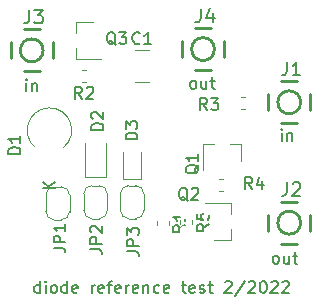
<source format=gto>
G04 #@! TF.GenerationSoftware,KiCad,Pcbnew,(5.1.5-0)*
G04 #@! TF.CreationDate,2022-02-21T13:17:38-07:00*
G04 #@! TF.ProjectId,diode_ref,64696f64-655f-4726-9566-2e6b69636164,rev?*
G04 #@! TF.SameCoordinates,Original*
G04 #@! TF.FileFunction,Legend,Top*
G04 #@! TF.FilePolarity,Positive*
%FSLAX46Y46*%
G04 Gerber Fmt 4.6, Leading zero omitted, Abs format (unit mm)*
G04 Created by KiCad (PCBNEW (5.1.5-0)) date 2022-02-21 13:17:38*
%MOMM*%
%LPD*%
G04 APERTURE LIST*
%ADD10C,0.150000*%
%ADD11C,0.120000*%
%ADD12C,0.254000*%
%ADD13C,0.152000*%
%ADD14C,0.100000*%
%ADD15R,1.002000X0.902000*%
%ADD16R,1.102000X1.102000*%
%ADD17C,1.102000*%
%ADD18R,0.902000X1.002000*%
%ADD19O,2.342000X2.342000*%
%ADD20R,2.342000X2.342000*%
G04 APERTURE END LIST*
D10*
X128590476Y-67252380D02*
X128495238Y-67204761D01*
X128447619Y-67157142D01*
X128400000Y-67061904D01*
X128400000Y-66776190D01*
X128447619Y-66680952D01*
X128495238Y-66633333D01*
X128590476Y-66585714D01*
X128733333Y-66585714D01*
X128828571Y-66633333D01*
X128876190Y-66680952D01*
X128923809Y-66776190D01*
X128923809Y-67061904D01*
X128876190Y-67157142D01*
X128828571Y-67204761D01*
X128733333Y-67252380D01*
X128590476Y-67252380D01*
X129780952Y-66585714D02*
X129780952Y-67252380D01*
X129352380Y-66585714D02*
X129352380Y-67109523D01*
X129400000Y-67204761D01*
X129495238Y-67252380D01*
X129638095Y-67252380D01*
X129733333Y-67204761D01*
X129780952Y-67157142D01*
X130114285Y-66585714D02*
X130495238Y-66585714D01*
X130257142Y-66252380D02*
X130257142Y-67109523D01*
X130304761Y-67204761D01*
X130400000Y-67252380D01*
X130495238Y-67252380D01*
X114547619Y-67452380D02*
X114547619Y-66785714D01*
X114547619Y-66452380D02*
X114500000Y-66500000D01*
X114547619Y-66547619D01*
X114595238Y-66500000D01*
X114547619Y-66452380D01*
X114547619Y-66547619D01*
X115023809Y-66785714D02*
X115023809Y-67452380D01*
X115023809Y-66880952D02*
X115071428Y-66833333D01*
X115166666Y-66785714D01*
X115309523Y-66785714D01*
X115404761Y-66833333D01*
X115452380Y-66928571D01*
X115452380Y-67452380D01*
X135590476Y-82052380D02*
X135495238Y-82004761D01*
X135447619Y-81957142D01*
X135400000Y-81861904D01*
X135400000Y-81576190D01*
X135447619Y-81480952D01*
X135495238Y-81433333D01*
X135590476Y-81385714D01*
X135733333Y-81385714D01*
X135828571Y-81433333D01*
X135876190Y-81480952D01*
X135923809Y-81576190D01*
X135923809Y-81861904D01*
X135876190Y-81957142D01*
X135828571Y-82004761D01*
X135733333Y-82052380D01*
X135590476Y-82052380D01*
X136780952Y-81385714D02*
X136780952Y-82052380D01*
X136352380Y-81385714D02*
X136352380Y-81909523D01*
X136400000Y-82004761D01*
X136495238Y-82052380D01*
X136638095Y-82052380D01*
X136733333Y-82004761D01*
X136780952Y-81957142D01*
X137114285Y-81385714D02*
X137495238Y-81385714D01*
X137257142Y-81052380D02*
X137257142Y-81909523D01*
X137304761Y-82004761D01*
X137400000Y-82052380D01*
X137495238Y-82052380D01*
X136147619Y-71652380D02*
X136147619Y-70985714D01*
X136147619Y-70652380D02*
X136100000Y-70700000D01*
X136147619Y-70747619D01*
X136195238Y-70700000D01*
X136147619Y-70652380D01*
X136147619Y-70747619D01*
X136623809Y-70985714D02*
X136623809Y-71652380D01*
X136623809Y-71080952D02*
X136671428Y-71033333D01*
X136766666Y-70985714D01*
X136909523Y-70985714D01*
X137004761Y-71033333D01*
X137052380Y-71128571D01*
X137052380Y-71652380D01*
X115690476Y-84552380D02*
X115690476Y-83552380D01*
X115690476Y-84504761D02*
X115595238Y-84552380D01*
X115404761Y-84552380D01*
X115309523Y-84504761D01*
X115261904Y-84457142D01*
X115214285Y-84361904D01*
X115214285Y-84076190D01*
X115261904Y-83980952D01*
X115309523Y-83933333D01*
X115404761Y-83885714D01*
X115595238Y-83885714D01*
X115690476Y-83933333D01*
X116166666Y-84552380D02*
X116166666Y-83885714D01*
X116166666Y-83552380D02*
X116119047Y-83600000D01*
X116166666Y-83647619D01*
X116214285Y-83600000D01*
X116166666Y-83552380D01*
X116166666Y-83647619D01*
X116785714Y-84552380D02*
X116690476Y-84504761D01*
X116642857Y-84457142D01*
X116595238Y-84361904D01*
X116595238Y-84076190D01*
X116642857Y-83980952D01*
X116690476Y-83933333D01*
X116785714Y-83885714D01*
X116928571Y-83885714D01*
X117023809Y-83933333D01*
X117071428Y-83980952D01*
X117119047Y-84076190D01*
X117119047Y-84361904D01*
X117071428Y-84457142D01*
X117023809Y-84504761D01*
X116928571Y-84552380D01*
X116785714Y-84552380D01*
X117976190Y-84552380D02*
X117976190Y-83552380D01*
X117976190Y-84504761D02*
X117880952Y-84552380D01*
X117690476Y-84552380D01*
X117595238Y-84504761D01*
X117547619Y-84457142D01*
X117500000Y-84361904D01*
X117500000Y-84076190D01*
X117547619Y-83980952D01*
X117595238Y-83933333D01*
X117690476Y-83885714D01*
X117880952Y-83885714D01*
X117976190Y-83933333D01*
X118833333Y-84504761D02*
X118738095Y-84552380D01*
X118547619Y-84552380D01*
X118452380Y-84504761D01*
X118404761Y-84409523D01*
X118404761Y-84028571D01*
X118452380Y-83933333D01*
X118547619Y-83885714D01*
X118738095Y-83885714D01*
X118833333Y-83933333D01*
X118880952Y-84028571D01*
X118880952Y-84123809D01*
X118404761Y-84219047D01*
X120071428Y-84552380D02*
X120071428Y-83885714D01*
X120071428Y-84076190D02*
X120119047Y-83980952D01*
X120166666Y-83933333D01*
X120261904Y-83885714D01*
X120357142Y-83885714D01*
X121071428Y-84504761D02*
X120976190Y-84552380D01*
X120785714Y-84552380D01*
X120690476Y-84504761D01*
X120642857Y-84409523D01*
X120642857Y-84028571D01*
X120690476Y-83933333D01*
X120785714Y-83885714D01*
X120976190Y-83885714D01*
X121071428Y-83933333D01*
X121119047Y-84028571D01*
X121119047Y-84123809D01*
X120642857Y-84219047D01*
X121404761Y-83885714D02*
X121785714Y-83885714D01*
X121547619Y-84552380D02*
X121547619Y-83695238D01*
X121595238Y-83600000D01*
X121690476Y-83552380D01*
X121785714Y-83552380D01*
X122500000Y-84504761D02*
X122404761Y-84552380D01*
X122214285Y-84552380D01*
X122119047Y-84504761D01*
X122071428Y-84409523D01*
X122071428Y-84028571D01*
X122119047Y-83933333D01*
X122214285Y-83885714D01*
X122404761Y-83885714D01*
X122500000Y-83933333D01*
X122547619Y-84028571D01*
X122547619Y-84123809D01*
X122071428Y-84219047D01*
X122976190Y-84552380D02*
X122976190Y-83885714D01*
X122976190Y-84076190D02*
X123023809Y-83980952D01*
X123071428Y-83933333D01*
X123166666Y-83885714D01*
X123261904Y-83885714D01*
X123976190Y-84504761D02*
X123880952Y-84552380D01*
X123690476Y-84552380D01*
X123595238Y-84504761D01*
X123547619Y-84409523D01*
X123547619Y-84028571D01*
X123595238Y-83933333D01*
X123690476Y-83885714D01*
X123880952Y-83885714D01*
X123976190Y-83933333D01*
X124023809Y-84028571D01*
X124023809Y-84123809D01*
X123547619Y-84219047D01*
X124452380Y-83885714D02*
X124452380Y-84552380D01*
X124452380Y-83980952D02*
X124500000Y-83933333D01*
X124595238Y-83885714D01*
X124738095Y-83885714D01*
X124833333Y-83933333D01*
X124880952Y-84028571D01*
X124880952Y-84552380D01*
X125785714Y-84504761D02*
X125690476Y-84552380D01*
X125500000Y-84552380D01*
X125404761Y-84504761D01*
X125357142Y-84457142D01*
X125309523Y-84361904D01*
X125309523Y-84076190D01*
X125357142Y-83980952D01*
X125404761Y-83933333D01*
X125500000Y-83885714D01*
X125690476Y-83885714D01*
X125785714Y-83933333D01*
X126595238Y-84504761D02*
X126500000Y-84552380D01*
X126309523Y-84552380D01*
X126214285Y-84504761D01*
X126166666Y-84409523D01*
X126166666Y-84028571D01*
X126214285Y-83933333D01*
X126309523Y-83885714D01*
X126500000Y-83885714D01*
X126595238Y-83933333D01*
X126642857Y-84028571D01*
X126642857Y-84123809D01*
X126166666Y-84219047D01*
X127690476Y-83885714D02*
X128071428Y-83885714D01*
X127833333Y-83552380D02*
X127833333Y-84409523D01*
X127880952Y-84504761D01*
X127976190Y-84552380D01*
X128071428Y-84552380D01*
X128785714Y-84504761D02*
X128690476Y-84552380D01*
X128500000Y-84552380D01*
X128404761Y-84504761D01*
X128357142Y-84409523D01*
X128357142Y-84028571D01*
X128404761Y-83933333D01*
X128500000Y-83885714D01*
X128690476Y-83885714D01*
X128785714Y-83933333D01*
X128833333Y-84028571D01*
X128833333Y-84123809D01*
X128357142Y-84219047D01*
X129214285Y-84504761D02*
X129309523Y-84552380D01*
X129500000Y-84552380D01*
X129595238Y-84504761D01*
X129642857Y-84409523D01*
X129642857Y-84361904D01*
X129595238Y-84266666D01*
X129500000Y-84219047D01*
X129357142Y-84219047D01*
X129261904Y-84171428D01*
X129214285Y-84076190D01*
X129214285Y-84028571D01*
X129261904Y-83933333D01*
X129357142Y-83885714D01*
X129500000Y-83885714D01*
X129595238Y-83933333D01*
X129928571Y-83885714D02*
X130309523Y-83885714D01*
X130071428Y-83552380D02*
X130071428Y-84409523D01*
X130119047Y-84504761D01*
X130214285Y-84552380D01*
X130309523Y-84552380D01*
X131357142Y-83647619D02*
X131404761Y-83600000D01*
X131500000Y-83552380D01*
X131738095Y-83552380D01*
X131833333Y-83600000D01*
X131880952Y-83647619D01*
X131928571Y-83742857D01*
X131928571Y-83838095D01*
X131880952Y-83980952D01*
X131309523Y-84552380D01*
X131928571Y-84552380D01*
X133071428Y-83504761D02*
X132214285Y-84790476D01*
X133357142Y-83647619D02*
X133404761Y-83600000D01*
X133500000Y-83552380D01*
X133738095Y-83552380D01*
X133833333Y-83600000D01*
X133880952Y-83647619D01*
X133928571Y-83742857D01*
X133928571Y-83838095D01*
X133880952Y-83980952D01*
X133309523Y-84552380D01*
X133928571Y-84552380D01*
X134547619Y-83552380D02*
X134642857Y-83552380D01*
X134738095Y-83600000D01*
X134785714Y-83647619D01*
X134833333Y-83742857D01*
X134880952Y-83933333D01*
X134880952Y-84171428D01*
X134833333Y-84361904D01*
X134785714Y-84457142D01*
X134738095Y-84504761D01*
X134642857Y-84552380D01*
X134547619Y-84552380D01*
X134452380Y-84504761D01*
X134404761Y-84457142D01*
X134357142Y-84361904D01*
X134309523Y-84171428D01*
X134309523Y-83933333D01*
X134357142Y-83742857D01*
X134404761Y-83647619D01*
X134452380Y-83600000D01*
X134547619Y-83552380D01*
X135261904Y-83647619D02*
X135309523Y-83600000D01*
X135404761Y-83552380D01*
X135642857Y-83552380D01*
X135738095Y-83600000D01*
X135785714Y-83647619D01*
X135833333Y-83742857D01*
X135833333Y-83838095D01*
X135785714Y-83980952D01*
X135214285Y-84552380D01*
X135833333Y-84552380D01*
X136214285Y-83647619D02*
X136261904Y-83600000D01*
X136357142Y-83552380D01*
X136595238Y-83552380D01*
X136690476Y-83600000D01*
X136738095Y-83647619D01*
X136785714Y-83742857D01*
X136785714Y-83838095D01*
X136738095Y-83980952D01*
X136166666Y-84552380D01*
X136785714Y-84552380D01*
D11*
X119596267Y-65690000D02*
X119253733Y-65690000D01*
X119596267Y-66710000D02*
X119253733Y-66710000D01*
X118740000Y-61570000D02*
X120200000Y-61570000D01*
X118740000Y-64730000D02*
X120900000Y-64730000D01*
X118740000Y-64730000D02*
X118740000Y-63800000D01*
X118740000Y-61570000D02*
X118740000Y-62500000D01*
D12*
X130467000Y-63900000D02*
G75*
G03X130467000Y-63900000I-967000J0D01*
G01*
X127722000Y-63231000D02*
X127722000Y-64569000D01*
X128831000Y-65678000D02*
X130169000Y-65678000D01*
X131278000Y-64569000D02*
X131278000Y-63231000D01*
X130169000Y-62122000D02*
X128831000Y-62122000D01*
X115967000Y-64000000D02*
G75*
G03X115967000Y-64000000I-967000J0D01*
G01*
X113222000Y-63331000D02*
X113222000Y-64669000D01*
X114331000Y-65778000D02*
X115669000Y-65778000D01*
X116778000Y-64669000D02*
X116778000Y-63331000D01*
X115669000Y-62222000D02*
X114331000Y-62222000D01*
D11*
X123710436Y-66660000D02*
X124914564Y-66660000D01*
X123710436Y-63940000D02*
X124914564Y-63940000D01*
D12*
X137767000Y-78600000D02*
G75*
G03X137767000Y-78600000I-967000J0D01*
G01*
X135022000Y-77931000D02*
X135022000Y-79269000D01*
X136131000Y-80378000D02*
X137469000Y-80378000D01*
X138578000Y-79269000D02*
X138578000Y-77931000D01*
X137469000Y-76822000D02*
X136131000Y-76822000D01*
X137767000Y-68400000D02*
G75*
G03X137767000Y-68400000I-967000J0D01*
G01*
X135022000Y-67731000D02*
X135022000Y-69069000D01*
X136131000Y-70178000D02*
X137469000Y-70178000D01*
X138578000Y-69069000D02*
X138578000Y-67731000D01*
X137469000Y-66622000D02*
X136131000Y-66622000D01*
D11*
X127590000Y-78403733D02*
X127590000Y-78746267D01*
X128610000Y-78403733D02*
X128610000Y-78746267D01*
X131196267Y-74890000D02*
X130853733Y-74890000D01*
X131196267Y-75910000D02*
X130853733Y-75910000D01*
X132728733Y-69010000D02*
X133071267Y-69010000D01*
X132728733Y-67990000D02*
X133071267Y-67990000D01*
X125590000Y-78453733D02*
X125590000Y-78796267D01*
X126610000Y-78453733D02*
X126610000Y-78796267D01*
X131860000Y-80080000D02*
X130400000Y-80080000D01*
X131860000Y-76920000D02*
X129700000Y-76920000D01*
X131860000Y-76920000D02*
X131860000Y-77850000D01*
X131860000Y-80080000D02*
X131860000Y-79150000D01*
X132680000Y-71940000D02*
X132680000Y-73400000D01*
X129520000Y-71940000D02*
X129520000Y-74100000D01*
X129520000Y-71940000D02*
X130450000Y-71940000D01*
X132680000Y-71940000D02*
X131750000Y-71940000D01*
X124500000Y-76150000D02*
X124500000Y-77550000D01*
X123800000Y-78250000D02*
X123200000Y-78250000D01*
X122500000Y-77550000D02*
X122500000Y-76150000D01*
X123200000Y-75450000D02*
X123800000Y-75450000D01*
X123800000Y-75450000D02*
G75*
G02X124500000Y-76150000I0J-700000D01*
G01*
X122500000Y-76150000D02*
G75*
G02X123200000Y-75450000I700000J0D01*
G01*
X123200000Y-78250000D02*
G75*
G02X122500000Y-77550000I0J700000D01*
G01*
X124500000Y-77550000D02*
G75*
G02X123800000Y-78250000I-700000J0D01*
G01*
X121400000Y-76150000D02*
X121400000Y-77550000D01*
X120700000Y-78250000D02*
X120100000Y-78250000D01*
X119400000Y-77550000D02*
X119400000Y-76150000D01*
X120100000Y-75450000D02*
X120700000Y-75450000D01*
X120700000Y-75450000D02*
G75*
G02X121400000Y-76150000I0J-700000D01*
G01*
X119400000Y-76150000D02*
G75*
G02X120100000Y-75450000I700000J0D01*
G01*
X120100000Y-78250000D02*
G75*
G02X119400000Y-77550000I0J700000D01*
G01*
X121400000Y-77550000D02*
G75*
G02X120700000Y-78250000I-700000J0D01*
G01*
X118200000Y-76250000D02*
X118200000Y-77650000D01*
X117500000Y-78350000D02*
X116900000Y-78350000D01*
X116200000Y-77650000D02*
X116200000Y-76250000D01*
X116900000Y-75550000D02*
X117500000Y-75550000D01*
X117500000Y-75550000D02*
G75*
G02X118200000Y-76250000I0J-700000D01*
G01*
X116200000Y-76250000D02*
G75*
G02X116900000Y-75550000I700000J0D01*
G01*
X116900000Y-78350000D02*
G75*
G02X116200000Y-77650000I0J700000D01*
G01*
X118200000Y-77650000D02*
G75*
G02X117500000Y-78350000I-700000J0D01*
G01*
X124235000Y-74872500D02*
X124235000Y-72587500D01*
X122765000Y-74872500D02*
X124235000Y-74872500D01*
X122765000Y-72587500D02*
X122765000Y-74872500D01*
X121310000Y-74747500D02*
X121310000Y-71862500D01*
X119490000Y-74747500D02*
X121310000Y-74747500D01*
X119490000Y-71862500D02*
X119490000Y-74747500D01*
X117694732Y-72216371D02*
G75*
G03X115380000Y-72274596I-1194732J1456371D01*
G01*
D10*
X119258333Y-68082380D02*
X118925000Y-67606190D01*
X118686904Y-68082380D02*
X118686904Y-67082380D01*
X119067857Y-67082380D01*
X119163095Y-67130000D01*
X119210714Y-67177619D01*
X119258333Y-67272857D01*
X119258333Y-67415714D01*
X119210714Y-67510952D01*
X119163095Y-67558571D01*
X119067857Y-67606190D01*
X118686904Y-67606190D01*
X119639285Y-67177619D02*
X119686904Y-67130000D01*
X119782142Y-67082380D01*
X120020238Y-67082380D01*
X120115476Y-67130000D01*
X120163095Y-67177619D01*
X120210714Y-67272857D01*
X120210714Y-67368095D01*
X120163095Y-67510952D01*
X119591666Y-68082380D01*
X120210714Y-68082380D01*
X122104761Y-63547619D02*
X122009523Y-63500000D01*
X121914285Y-63404761D01*
X121771428Y-63261904D01*
X121676190Y-63214285D01*
X121580952Y-63214285D01*
X121628571Y-63452380D02*
X121533333Y-63404761D01*
X121438095Y-63309523D01*
X121390476Y-63119047D01*
X121390476Y-62785714D01*
X121438095Y-62595238D01*
X121533333Y-62500000D01*
X121628571Y-62452380D01*
X121819047Y-62452380D01*
X121914285Y-62500000D01*
X122009523Y-62595238D01*
X122057142Y-62785714D01*
X122057142Y-63119047D01*
X122009523Y-63309523D01*
X121914285Y-63404761D01*
X121819047Y-63452380D01*
X121628571Y-63452380D01*
X122390476Y-62452380D02*
X123009523Y-62452380D01*
X122676190Y-62833333D01*
X122819047Y-62833333D01*
X122914285Y-62880952D01*
X122961904Y-62928571D01*
X123009523Y-63023809D01*
X123009523Y-63261904D01*
X122961904Y-63357142D01*
X122914285Y-63404761D01*
X122819047Y-63452380D01*
X122533333Y-63452380D01*
X122438095Y-63404761D01*
X122390476Y-63357142D01*
D13*
X129297514Y-60474071D02*
X129297514Y-61290500D01*
X129243085Y-61453785D01*
X129134228Y-61562642D01*
X128970942Y-61617071D01*
X128862085Y-61617071D01*
X130331657Y-60855071D02*
X130331657Y-61617071D01*
X130059514Y-60419642D02*
X129787371Y-61236071D01*
X130494942Y-61236071D01*
X114797514Y-60574071D02*
X114797514Y-61390500D01*
X114743085Y-61553785D01*
X114634228Y-61662642D01*
X114470942Y-61717071D01*
X114362085Y-61717071D01*
X115232942Y-60574071D02*
X115940514Y-60574071D01*
X115559514Y-61009500D01*
X115722800Y-61009500D01*
X115831657Y-61063928D01*
X115886085Y-61118357D01*
X115940514Y-61227214D01*
X115940514Y-61499357D01*
X115886085Y-61608214D01*
X115831657Y-61662642D01*
X115722800Y-61717071D01*
X115396228Y-61717071D01*
X115287371Y-61662642D01*
X115232942Y-61608214D01*
D10*
X124145833Y-63377142D02*
X124098214Y-63424761D01*
X123955357Y-63472380D01*
X123860119Y-63472380D01*
X123717261Y-63424761D01*
X123622023Y-63329523D01*
X123574404Y-63234285D01*
X123526785Y-63043809D01*
X123526785Y-62900952D01*
X123574404Y-62710476D01*
X123622023Y-62615238D01*
X123717261Y-62520000D01*
X123860119Y-62472380D01*
X123955357Y-62472380D01*
X124098214Y-62520000D01*
X124145833Y-62567619D01*
X125098214Y-63472380D02*
X124526785Y-63472380D01*
X124812500Y-63472380D02*
X124812500Y-62472380D01*
X124717261Y-62615238D01*
X124622023Y-62710476D01*
X124526785Y-62758095D01*
D13*
X136597514Y-75174071D02*
X136597514Y-75990500D01*
X136543085Y-76153785D01*
X136434228Y-76262642D01*
X136270942Y-76317071D01*
X136162085Y-76317071D01*
X137087371Y-75282928D02*
X137141800Y-75228500D01*
X137250657Y-75174071D01*
X137522800Y-75174071D01*
X137631657Y-75228500D01*
X137686085Y-75282928D01*
X137740514Y-75391785D01*
X137740514Y-75500642D01*
X137686085Y-75663928D01*
X137032942Y-76317071D01*
X137740514Y-76317071D01*
X136597514Y-64974071D02*
X136597514Y-65790500D01*
X136543085Y-65953785D01*
X136434228Y-66062642D01*
X136270942Y-66117071D01*
X136162085Y-66117071D01*
X137740514Y-66117071D02*
X137087371Y-66117071D01*
X137413942Y-66117071D02*
X137413942Y-64974071D01*
X137305085Y-65137357D01*
X137196228Y-65246214D01*
X137087371Y-65300642D01*
D10*
X129982380Y-78741666D02*
X129506190Y-79075000D01*
X129982380Y-79313095D02*
X128982380Y-79313095D01*
X128982380Y-78932142D01*
X129030000Y-78836904D01*
X129077619Y-78789285D01*
X129172857Y-78741666D01*
X129315714Y-78741666D01*
X129410952Y-78789285D01*
X129458571Y-78836904D01*
X129506190Y-78932142D01*
X129506190Y-79313095D01*
X128982380Y-77836904D02*
X128982380Y-78313095D01*
X129458571Y-78360714D01*
X129410952Y-78313095D01*
X129363333Y-78217857D01*
X129363333Y-77979761D01*
X129410952Y-77884523D01*
X129458571Y-77836904D01*
X129553809Y-77789285D01*
X129791904Y-77789285D01*
X129887142Y-77836904D01*
X129934761Y-77884523D01*
X129982380Y-77979761D01*
X129982380Y-78217857D01*
X129934761Y-78313095D01*
X129887142Y-78360714D01*
X133658333Y-75752380D02*
X133325000Y-75276190D01*
X133086904Y-75752380D02*
X133086904Y-74752380D01*
X133467857Y-74752380D01*
X133563095Y-74800000D01*
X133610714Y-74847619D01*
X133658333Y-74942857D01*
X133658333Y-75085714D01*
X133610714Y-75180952D01*
X133563095Y-75228571D01*
X133467857Y-75276190D01*
X133086904Y-75276190D01*
X134515476Y-75085714D02*
X134515476Y-75752380D01*
X134277380Y-74704761D02*
X134039285Y-75419047D01*
X134658333Y-75419047D01*
X129833333Y-69052380D02*
X129500000Y-68576190D01*
X129261904Y-69052380D02*
X129261904Y-68052380D01*
X129642857Y-68052380D01*
X129738095Y-68100000D01*
X129785714Y-68147619D01*
X129833333Y-68242857D01*
X129833333Y-68385714D01*
X129785714Y-68480952D01*
X129738095Y-68528571D01*
X129642857Y-68576190D01*
X129261904Y-68576190D01*
X130166666Y-68052380D02*
X130785714Y-68052380D01*
X130452380Y-68433333D01*
X130595238Y-68433333D01*
X130690476Y-68480952D01*
X130738095Y-68528571D01*
X130785714Y-68623809D01*
X130785714Y-68861904D01*
X130738095Y-68957142D01*
X130690476Y-69004761D01*
X130595238Y-69052380D01*
X130309523Y-69052380D01*
X130214285Y-69004761D01*
X130166666Y-68957142D01*
X127982380Y-78791666D02*
X127506190Y-79125000D01*
X127982380Y-79363095D02*
X126982380Y-79363095D01*
X126982380Y-78982142D01*
X127030000Y-78886904D01*
X127077619Y-78839285D01*
X127172857Y-78791666D01*
X127315714Y-78791666D01*
X127410952Y-78839285D01*
X127458571Y-78886904D01*
X127506190Y-78982142D01*
X127506190Y-79363095D01*
X127982380Y-77839285D02*
X127982380Y-78410714D01*
X127982380Y-78125000D02*
X126982380Y-78125000D01*
X127125238Y-78220238D01*
X127220476Y-78315476D01*
X127268095Y-78410714D01*
X128204761Y-76747619D02*
X128109523Y-76700000D01*
X128014285Y-76604761D01*
X127871428Y-76461904D01*
X127776190Y-76414285D01*
X127680952Y-76414285D01*
X127728571Y-76652380D02*
X127633333Y-76604761D01*
X127538095Y-76509523D01*
X127490476Y-76319047D01*
X127490476Y-75985714D01*
X127538095Y-75795238D01*
X127633333Y-75700000D01*
X127728571Y-75652380D01*
X127919047Y-75652380D01*
X128014285Y-75700000D01*
X128109523Y-75795238D01*
X128157142Y-75985714D01*
X128157142Y-76319047D01*
X128109523Y-76509523D01*
X128014285Y-76604761D01*
X127919047Y-76652380D01*
X127728571Y-76652380D01*
X128538095Y-75747619D02*
X128585714Y-75700000D01*
X128680952Y-75652380D01*
X128919047Y-75652380D01*
X129014285Y-75700000D01*
X129061904Y-75747619D01*
X129109523Y-75842857D01*
X129109523Y-75938095D01*
X129061904Y-76080952D01*
X128490476Y-76652380D01*
X129109523Y-76652380D01*
X129147619Y-73695238D02*
X129100000Y-73790476D01*
X129004761Y-73885714D01*
X128861904Y-74028571D01*
X128814285Y-74123809D01*
X128814285Y-74219047D01*
X129052380Y-74171428D02*
X129004761Y-74266666D01*
X128909523Y-74361904D01*
X128719047Y-74409523D01*
X128385714Y-74409523D01*
X128195238Y-74361904D01*
X128100000Y-74266666D01*
X128052380Y-74171428D01*
X128052380Y-73980952D01*
X128100000Y-73885714D01*
X128195238Y-73790476D01*
X128385714Y-73742857D01*
X128719047Y-73742857D01*
X128909523Y-73790476D01*
X129004761Y-73885714D01*
X129052380Y-73980952D01*
X129052380Y-74171428D01*
X129052380Y-72790476D02*
X129052380Y-73361904D01*
X129052380Y-73076190D02*
X128052380Y-73076190D01*
X128195238Y-73171428D01*
X128290476Y-73266666D01*
X128338095Y-73361904D01*
X123052380Y-81033333D02*
X123766666Y-81033333D01*
X123909523Y-81080952D01*
X124004761Y-81176190D01*
X124052380Y-81319047D01*
X124052380Y-81414285D01*
X124052380Y-80557142D02*
X123052380Y-80557142D01*
X123052380Y-80176190D01*
X123100000Y-80080952D01*
X123147619Y-80033333D01*
X123242857Y-79985714D01*
X123385714Y-79985714D01*
X123480952Y-80033333D01*
X123528571Y-80080952D01*
X123576190Y-80176190D01*
X123576190Y-80557142D01*
X123052380Y-79652380D02*
X123052380Y-79033333D01*
X123433333Y-79366666D01*
X123433333Y-79223809D01*
X123480952Y-79128571D01*
X123528571Y-79080952D01*
X123623809Y-79033333D01*
X123861904Y-79033333D01*
X123957142Y-79080952D01*
X124004761Y-79128571D01*
X124052380Y-79223809D01*
X124052380Y-79509523D01*
X124004761Y-79604761D01*
X123957142Y-79652380D01*
X119952380Y-80833333D02*
X120666666Y-80833333D01*
X120809523Y-80880952D01*
X120904761Y-80976190D01*
X120952380Y-81119047D01*
X120952380Y-81214285D01*
X120952380Y-80357142D02*
X119952380Y-80357142D01*
X119952380Y-79976190D01*
X120000000Y-79880952D01*
X120047619Y-79833333D01*
X120142857Y-79785714D01*
X120285714Y-79785714D01*
X120380952Y-79833333D01*
X120428571Y-79880952D01*
X120476190Y-79976190D01*
X120476190Y-80357142D01*
X120047619Y-79404761D02*
X120000000Y-79357142D01*
X119952380Y-79261904D01*
X119952380Y-79023809D01*
X120000000Y-78928571D01*
X120047619Y-78880952D01*
X120142857Y-78833333D01*
X120238095Y-78833333D01*
X120380952Y-78880952D01*
X120952380Y-79452380D01*
X120952380Y-78833333D01*
X116852380Y-80733333D02*
X117566666Y-80733333D01*
X117709523Y-80780952D01*
X117804761Y-80876190D01*
X117852380Y-81019047D01*
X117852380Y-81114285D01*
X117852380Y-80257142D02*
X116852380Y-80257142D01*
X116852380Y-79876190D01*
X116900000Y-79780952D01*
X116947619Y-79733333D01*
X117042857Y-79685714D01*
X117185714Y-79685714D01*
X117280952Y-79733333D01*
X117328571Y-79780952D01*
X117376190Y-79876190D01*
X117376190Y-80257142D01*
X117852380Y-78733333D02*
X117852380Y-79304761D01*
X117852380Y-79019047D02*
X116852380Y-79019047D01*
X116995238Y-79114285D01*
X117090476Y-79209523D01*
X117138095Y-79304761D01*
X123952380Y-71538095D02*
X122952380Y-71538095D01*
X122952380Y-71300000D01*
X123000000Y-71157142D01*
X123095238Y-71061904D01*
X123190476Y-71014285D01*
X123380952Y-70966666D01*
X123523809Y-70966666D01*
X123714285Y-71014285D01*
X123809523Y-71061904D01*
X123904761Y-71157142D01*
X123952380Y-71300000D01*
X123952380Y-71538095D01*
X122952380Y-70633333D02*
X122952380Y-70014285D01*
X123333333Y-70347619D01*
X123333333Y-70204761D01*
X123380952Y-70109523D01*
X123428571Y-70061904D01*
X123523809Y-70014285D01*
X123761904Y-70014285D01*
X123857142Y-70061904D01*
X123904761Y-70109523D01*
X123952380Y-70204761D01*
X123952380Y-70490476D01*
X123904761Y-70585714D01*
X123857142Y-70633333D01*
X121052380Y-70738095D02*
X120052380Y-70738095D01*
X120052380Y-70500000D01*
X120100000Y-70357142D01*
X120195238Y-70261904D01*
X120290476Y-70214285D01*
X120480952Y-70166666D01*
X120623809Y-70166666D01*
X120814285Y-70214285D01*
X120909523Y-70261904D01*
X121004761Y-70357142D01*
X121052380Y-70500000D01*
X121052380Y-70738095D01*
X120147619Y-69785714D02*
X120100000Y-69738095D01*
X120052380Y-69642857D01*
X120052380Y-69404761D01*
X120100000Y-69309523D01*
X120147619Y-69261904D01*
X120242857Y-69214285D01*
X120338095Y-69214285D01*
X120480952Y-69261904D01*
X121052380Y-69833333D01*
X121052380Y-69214285D01*
X114032380Y-72768095D02*
X113032380Y-72768095D01*
X113032380Y-72530000D01*
X113080000Y-72387142D01*
X113175238Y-72291904D01*
X113270476Y-72244285D01*
X113460952Y-72196666D01*
X113603809Y-72196666D01*
X113794285Y-72244285D01*
X113889523Y-72291904D01*
X113984761Y-72387142D01*
X114032380Y-72530000D01*
X114032380Y-72768095D01*
X114032380Y-71244285D02*
X114032380Y-71815714D01*
X114032380Y-71530000D02*
X113032380Y-71530000D01*
X113175238Y-71625238D01*
X113270476Y-71720476D01*
X113318095Y-71815714D01*
X116952380Y-75681904D02*
X115952380Y-75681904D01*
X116952380Y-75110476D02*
X116380952Y-75539047D01*
X115952380Y-75110476D02*
X116523809Y-75681904D01*
%LPC*%
D14*
G36*
X118888779Y-65675266D02*
G01*
X118914309Y-65679053D01*
X118939345Y-65685325D01*
X118963646Y-65694020D01*
X118986977Y-65705055D01*
X119009115Y-65718323D01*
X119029845Y-65733698D01*
X119048969Y-65751031D01*
X119066302Y-65770155D01*
X119081677Y-65790885D01*
X119094945Y-65813023D01*
X119105980Y-65836354D01*
X119114675Y-65860655D01*
X119120947Y-65885691D01*
X119124734Y-65911221D01*
X119126000Y-65937000D01*
X119126000Y-66463000D01*
X119124734Y-66488779D01*
X119120947Y-66514309D01*
X119114675Y-66539345D01*
X119105980Y-66563646D01*
X119094945Y-66586977D01*
X119081677Y-66609115D01*
X119066302Y-66629845D01*
X119048969Y-66648969D01*
X119029845Y-66666302D01*
X119009115Y-66681677D01*
X118986977Y-66694945D01*
X118963646Y-66705980D01*
X118939345Y-66714675D01*
X118914309Y-66720947D01*
X118888779Y-66724734D01*
X118863000Y-66726000D01*
X118237000Y-66726000D01*
X118211221Y-66724734D01*
X118185691Y-66720947D01*
X118160655Y-66714675D01*
X118136354Y-66705980D01*
X118113023Y-66694945D01*
X118090885Y-66681677D01*
X118070155Y-66666302D01*
X118051031Y-66648969D01*
X118033698Y-66629845D01*
X118018323Y-66609115D01*
X118005055Y-66586977D01*
X117994020Y-66563646D01*
X117985325Y-66539345D01*
X117979053Y-66514309D01*
X117975266Y-66488779D01*
X117974000Y-66463000D01*
X117974000Y-65937000D01*
X117975266Y-65911221D01*
X117979053Y-65885691D01*
X117985325Y-65860655D01*
X117994020Y-65836354D01*
X118005055Y-65813023D01*
X118018323Y-65790885D01*
X118033698Y-65770155D01*
X118051031Y-65751031D01*
X118070155Y-65733698D01*
X118090885Y-65718323D01*
X118113023Y-65705055D01*
X118136354Y-65694020D01*
X118160655Y-65685325D01*
X118185691Y-65679053D01*
X118211221Y-65675266D01*
X118237000Y-65674000D01*
X118863000Y-65674000D01*
X118888779Y-65675266D01*
G37*
G36*
X120638779Y-65675266D02*
G01*
X120664309Y-65679053D01*
X120689345Y-65685325D01*
X120713646Y-65694020D01*
X120736977Y-65705055D01*
X120759115Y-65718323D01*
X120779845Y-65733698D01*
X120798969Y-65751031D01*
X120816302Y-65770155D01*
X120831677Y-65790885D01*
X120844945Y-65813023D01*
X120855980Y-65836354D01*
X120864675Y-65860655D01*
X120870947Y-65885691D01*
X120874734Y-65911221D01*
X120876000Y-65937000D01*
X120876000Y-66463000D01*
X120874734Y-66488779D01*
X120870947Y-66514309D01*
X120864675Y-66539345D01*
X120855980Y-66563646D01*
X120844945Y-66586977D01*
X120831677Y-66609115D01*
X120816302Y-66629845D01*
X120798969Y-66648969D01*
X120779845Y-66666302D01*
X120759115Y-66681677D01*
X120736977Y-66694945D01*
X120713646Y-66705980D01*
X120689345Y-66714675D01*
X120664309Y-66720947D01*
X120638779Y-66724734D01*
X120613000Y-66726000D01*
X119987000Y-66726000D01*
X119961221Y-66724734D01*
X119935691Y-66720947D01*
X119910655Y-66714675D01*
X119886354Y-66705980D01*
X119863023Y-66694945D01*
X119840885Y-66681677D01*
X119820155Y-66666302D01*
X119801031Y-66648969D01*
X119783698Y-66629845D01*
X119768323Y-66609115D01*
X119755055Y-66586977D01*
X119744020Y-66563646D01*
X119735325Y-66539345D01*
X119729053Y-66514309D01*
X119725266Y-66488779D01*
X119724000Y-66463000D01*
X119724000Y-65937000D01*
X119725266Y-65911221D01*
X119729053Y-65885691D01*
X119735325Y-65860655D01*
X119744020Y-65836354D01*
X119755055Y-65813023D01*
X119768323Y-65790885D01*
X119783698Y-65770155D01*
X119801031Y-65751031D01*
X119820155Y-65733698D01*
X119840885Y-65718323D01*
X119863023Y-65705055D01*
X119886354Y-65694020D01*
X119910655Y-65685325D01*
X119935691Y-65679053D01*
X119961221Y-65675266D01*
X119987000Y-65674000D01*
X120613000Y-65674000D01*
X120638779Y-65675266D01*
G37*
D15*
X118500000Y-63150000D03*
X120500000Y-62200000D03*
X120500000Y-64100000D03*
D16*
X128100000Y-62500000D03*
X130900000Y-62500000D03*
X130900000Y-65300000D03*
X128100000Y-65300000D03*
D17*
X129500000Y-63900000D03*
D16*
X113600000Y-62600000D03*
X116400000Y-62600000D03*
X116400000Y-65400000D03*
X113600000Y-65400000D03*
D17*
X115000000Y-64000000D03*
D14*
G36*
X126321863Y-63925290D02*
G01*
X126347869Y-63929148D01*
X126373371Y-63935535D01*
X126398124Y-63944392D01*
X126421890Y-63955633D01*
X126444439Y-63969148D01*
X126465556Y-63984809D01*
X126485035Y-64002465D01*
X126502691Y-64021944D01*
X126518352Y-64043061D01*
X126531867Y-64065610D01*
X126543108Y-64089376D01*
X126551965Y-64114129D01*
X126558352Y-64139631D01*
X126562210Y-64165637D01*
X126563500Y-64191895D01*
X126563500Y-66408105D01*
X126562210Y-66434363D01*
X126558352Y-66460369D01*
X126551965Y-66485871D01*
X126543108Y-66510624D01*
X126531867Y-66534390D01*
X126518352Y-66556939D01*
X126502691Y-66578056D01*
X126485035Y-66597535D01*
X126465556Y-66615191D01*
X126444439Y-66630852D01*
X126421890Y-66644367D01*
X126398124Y-66655608D01*
X126373371Y-66664465D01*
X126347869Y-66670852D01*
X126321863Y-66674710D01*
X126295605Y-66676000D01*
X125304395Y-66676000D01*
X125278137Y-66674710D01*
X125252131Y-66670852D01*
X125226629Y-66664465D01*
X125201876Y-66655608D01*
X125178110Y-66644367D01*
X125155561Y-66630852D01*
X125134444Y-66615191D01*
X125114965Y-66597535D01*
X125097309Y-66578056D01*
X125081648Y-66556939D01*
X125068133Y-66534390D01*
X125056892Y-66510624D01*
X125048035Y-66485871D01*
X125041648Y-66460369D01*
X125037790Y-66434363D01*
X125036500Y-66408105D01*
X125036500Y-64191895D01*
X125037790Y-64165637D01*
X125041648Y-64139631D01*
X125048035Y-64114129D01*
X125056892Y-64089376D01*
X125068133Y-64065610D01*
X125081648Y-64043061D01*
X125097309Y-64021944D01*
X125114965Y-64002465D01*
X125134444Y-63984809D01*
X125155561Y-63969148D01*
X125178110Y-63955633D01*
X125201876Y-63944392D01*
X125226629Y-63935535D01*
X125252131Y-63929148D01*
X125278137Y-63925290D01*
X125304395Y-63924000D01*
X126295605Y-63924000D01*
X126321863Y-63925290D01*
G37*
G36*
X123346863Y-63925290D02*
G01*
X123372869Y-63929148D01*
X123398371Y-63935535D01*
X123423124Y-63944392D01*
X123446890Y-63955633D01*
X123469439Y-63969148D01*
X123490556Y-63984809D01*
X123510035Y-64002465D01*
X123527691Y-64021944D01*
X123543352Y-64043061D01*
X123556867Y-64065610D01*
X123568108Y-64089376D01*
X123576965Y-64114129D01*
X123583352Y-64139631D01*
X123587210Y-64165637D01*
X123588500Y-64191895D01*
X123588500Y-66408105D01*
X123587210Y-66434363D01*
X123583352Y-66460369D01*
X123576965Y-66485871D01*
X123568108Y-66510624D01*
X123556867Y-66534390D01*
X123543352Y-66556939D01*
X123527691Y-66578056D01*
X123510035Y-66597535D01*
X123490556Y-66615191D01*
X123469439Y-66630852D01*
X123446890Y-66644367D01*
X123423124Y-66655608D01*
X123398371Y-66664465D01*
X123372869Y-66670852D01*
X123346863Y-66674710D01*
X123320605Y-66676000D01*
X122329395Y-66676000D01*
X122303137Y-66674710D01*
X122277131Y-66670852D01*
X122251629Y-66664465D01*
X122226876Y-66655608D01*
X122203110Y-66644367D01*
X122180561Y-66630852D01*
X122159444Y-66615191D01*
X122139965Y-66597535D01*
X122122309Y-66578056D01*
X122106648Y-66556939D01*
X122093133Y-66534390D01*
X122081892Y-66510624D01*
X122073035Y-66485871D01*
X122066648Y-66460369D01*
X122062790Y-66434363D01*
X122061500Y-66408105D01*
X122061500Y-64191895D01*
X122062790Y-64165637D01*
X122066648Y-64139631D01*
X122073035Y-64114129D01*
X122081892Y-64089376D01*
X122093133Y-64065610D01*
X122106648Y-64043061D01*
X122122309Y-64021944D01*
X122139965Y-64002465D01*
X122159444Y-63984809D01*
X122180561Y-63969148D01*
X122203110Y-63955633D01*
X122226876Y-63944392D01*
X122251629Y-63935535D01*
X122277131Y-63929148D01*
X122303137Y-63925290D01*
X122329395Y-63924000D01*
X123320605Y-63924000D01*
X123346863Y-63925290D01*
G37*
D16*
X135400000Y-77200000D03*
X138200000Y-77200000D03*
X138200000Y-80000000D03*
X135400000Y-80000000D03*
D17*
X136800000Y-78600000D03*
D16*
X135400000Y-67000000D03*
X138200000Y-67000000D03*
X138200000Y-69800000D03*
X135400000Y-69800000D03*
D17*
X136800000Y-68400000D03*
D14*
G36*
X128388779Y-78875266D02*
G01*
X128414309Y-78879053D01*
X128439345Y-78885325D01*
X128463646Y-78894020D01*
X128486977Y-78905055D01*
X128509115Y-78918323D01*
X128529845Y-78933698D01*
X128548969Y-78951031D01*
X128566302Y-78970155D01*
X128581677Y-78990885D01*
X128594945Y-79013023D01*
X128605980Y-79036354D01*
X128614675Y-79060655D01*
X128620947Y-79085691D01*
X128624734Y-79111221D01*
X128626000Y-79137000D01*
X128626000Y-79763000D01*
X128624734Y-79788779D01*
X128620947Y-79814309D01*
X128614675Y-79839345D01*
X128605980Y-79863646D01*
X128594945Y-79886977D01*
X128581677Y-79909115D01*
X128566302Y-79929845D01*
X128548969Y-79948969D01*
X128529845Y-79966302D01*
X128509115Y-79981677D01*
X128486977Y-79994945D01*
X128463646Y-80005980D01*
X128439345Y-80014675D01*
X128414309Y-80020947D01*
X128388779Y-80024734D01*
X128363000Y-80026000D01*
X127837000Y-80026000D01*
X127811221Y-80024734D01*
X127785691Y-80020947D01*
X127760655Y-80014675D01*
X127736354Y-80005980D01*
X127713023Y-79994945D01*
X127690885Y-79981677D01*
X127670155Y-79966302D01*
X127651031Y-79948969D01*
X127633698Y-79929845D01*
X127618323Y-79909115D01*
X127605055Y-79886977D01*
X127594020Y-79863646D01*
X127585325Y-79839345D01*
X127579053Y-79814309D01*
X127575266Y-79788779D01*
X127574000Y-79763000D01*
X127574000Y-79137000D01*
X127575266Y-79111221D01*
X127579053Y-79085691D01*
X127585325Y-79060655D01*
X127594020Y-79036354D01*
X127605055Y-79013023D01*
X127618323Y-78990885D01*
X127633698Y-78970155D01*
X127651031Y-78951031D01*
X127670155Y-78933698D01*
X127690885Y-78918323D01*
X127713023Y-78905055D01*
X127736354Y-78894020D01*
X127760655Y-78885325D01*
X127785691Y-78879053D01*
X127811221Y-78875266D01*
X127837000Y-78874000D01*
X128363000Y-78874000D01*
X128388779Y-78875266D01*
G37*
G36*
X128388779Y-77125266D02*
G01*
X128414309Y-77129053D01*
X128439345Y-77135325D01*
X128463646Y-77144020D01*
X128486977Y-77155055D01*
X128509115Y-77168323D01*
X128529845Y-77183698D01*
X128548969Y-77201031D01*
X128566302Y-77220155D01*
X128581677Y-77240885D01*
X128594945Y-77263023D01*
X128605980Y-77286354D01*
X128614675Y-77310655D01*
X128620947Y-77335691D01*
X128624734Y-77361221D01*
X128626000Y-77387000D01*
X128626000Y-78013000D01*
X128624734Y-78038779D01*
X128620947Y-78064309D01*
X128614675Y-78089345D01*
X128605980Y-78113646D01*
X128594945Y-78136977D01*
X128581677Y-78159115D01*
X128566302Y-78179845D01*
X128548969Y-78198969D01*
X128529845Y-78216302D01*
X128509115Y-78231677D01*
X128486977Y-78244945D01*
X128463646Y-78255980D01*
X128439345Y-78264675D01*
X128414309Y-78270947D01*
X128388779Y-78274734D01*
X128363000Y-78276000D01*
X127837000Y-78276000D01*
X127811221Y-78274734D01*
X127785691Y-78270947D01*
X127760655Y-78264675D01*
X127736354Y-78255980D01*
X127713023Y-78244945D01*
X127690885Y-78231677D01*
X127670155Y-78216302D01*
X127651031Y-78198969D01*
X127633698Y-78179845D01*
X127618323Y-78159115D01*
X127605055Y-78136977D01*
X127594020Y-78113646D01*
X127585325Y-78089345D01*
X127579053Y-78064309D01*
X127575266Y-78038779D01*
X127574000Y-78013000D01*
X127574000Y-77387000D01*
X127575266Y-77361221D01*
X127579053Y-77335691D01*
X127585325Y-77310655D01*
X127594020Y-77286354D01*
X127605055Y-77263023D01*
X127618323Y-77240885D01*
X127633698Y-77220155D01*
X127651031Y-77201031D01*
X127670155Y-77183698D01*
X127690885Y-77168323D01*
X127713023Y-77155055D01*
X127736354Y-77144020D01*
X127760655Y-77135325D01*
X127785691Y-77129053D01*
X127811221Y-77125266D01*
X127837000Y-77124000D01*
X128363000Y-77124000D01*
X128388779Y-77125266D01*
G37*
G36*
X130488779Y-74875266D02*
G01*
X130514309Y-74879053D01*
X130539345Y-74885325D01*
X130563646Y-74894020D01*
X130586977Y-74905055D01*
X130609115Y-74918323D01*
X130629845Y-74933698D01*
X130648969Y-74951031D01*
X130666302Y-74970155D01*
X130681677Y-74990885D01*
X130694945Y-75013023D01*
X130705980Y-75036354D01*
X130714675Y-75060655D01*
X130720947Y-75085691D01*
X130724734Y-75111221D01*
X130726000Y-75137000D01*
X130726000Y-75663000D01*
X130724734Y-75688779D01*
X130720947Y-75714309D01*
X130714675Y-75739345D01*
X130705980Y-75763646D01*
X130694945Y-75786977D01*
X130681677Y-75809115D01*
X130666302Y-75829845D01*
X130648969Y-75848969D01*
X130629845Y-75866302D01*
X130609115Y-75881677D01*
X130586977Y-75894945D01*
X130563646Y-75905980D01*
X130539345Y-75914675D01*
X130514309Y-75920947D01*
X130488779Y-75924734D01*
X130463000Y-75926000D01*
X129837000Y-75926000D01*
X129811221Y-75924734D01*
X129785691Y-75920947D01*
X129760655Y-75914675D01*
X129736354Y-75905980D01*
X129713023Y-75894945D01*
X129690885Y-75881677D01*
X129670155Y-75866302D01*
X129651031Y-75848969D01*
X129633698Y-75829845D01*
X129618323Y-75809115D01*
X129605055Y-75786977D01*
X129594020Y-75763646D01*
X129585325Y-75739345D01*
X129579053Y-75714309D01*
X129575266Y-75688779D01*
X129574000Y-75663000D01*
X129574000Y-75137000D01*
X129575266Y-75111221D01*
X129579053Y-75085691D01*
X129585325Y-75060655D01*
X129594020Y-75036354D01*
X129605055Y-75013023D01*
X129618323Y-74990885D01*
X129633698Y-74970155D01*
X129651031Y-74951031D01*
X129670155Y-74933698D01*
X129690885Y-74918323D01*
X129713023Y-74905055D01*
X129736354Y-74894020D01*
X129760655Y-74885325D01*
X129785691Y-74879053D01*
X129811221Y-74875266D01*
X129837000Y-74874000D01*
X130463000Y-74874000D01*
X130488779Y-74875266D01*
G37*
G36*
X132238779Y-74875266D02*
G01*
X132264309Y-74879053D01*
X132289345Y-74885325D01*
X132313646Y-74894020D01*
X132336977Y-74905055D01*
X132359115Y-74918323D01*
X132379845Y-74933698D01*
X132398969Y-74951031D01*
X132416302Y-74970155D01*
X132431677Y-74990885D01*
X132444945Y-75013023D01*
X132455980Y-75036354D01*
X132464675Y-75060655D01*
X132470947Y-75085691D01*
X132474734Y-75111221D01*
X132476000Y-75137000D01*
X132476000Y-75663000D01*
X132474734Y-75688779D01*
X132470947Y-75714309D01*
X132464675Y-75739345D01*
X132455980Y-75763646D01*
X132444945Y-75786977D01*
X132431677Y-75809115D01*
X132416302Y-75829845D01*
X132398969Y-75848969D01*
X132379845Y-75866302D01*
X132359115Y-75881677D01*
X132336977Y-75894945D01*
X132313646Y-75905980D01*
X132289345Y-75914675D01*
X132264309Y-75920947D01*
X132238779Y-75924734D01*
X132213000Y-75926000D01*
X131587000Y-75926000D01*
X131561221Y-75924734D01*
X131535691Y-75920947D01*
X131510655Y-75914675D01*
X131486354Y-75905980D01*
X131463023Y-75894945D01*
X131440885Y-75881677D01*
X131420155Y-75866302D01*
X131401031Y-75848969D01*
X131383698Y-75829845D01*
X131368323Y-75809115D01*
X131355055Y-75786977D01*
X131344020Y-75763646D01*
X131335325Y-75739345D01*
X131329053Y-75714309D01*
X131325266Y-75688779D01*
X131324000Y-75663000D01*
X131324000Y-75137000D01*
X131325266Y-75111221D01*
X131329053Y-75085691D01*
X131335325Y-75060655D01*
X131344020Y-75036354D01*
X131355055Y-75013023D01*
X131368323Y-74990885D01*
X131383698Y-74970155D01*
X131401031Y-74951031D01*
X131420155Y-74933698D01*
X131440885Y-74918323D01*
X131463023Y-74905055D01*
X131486354Y-74894020D01*
X131510655Y-74885325D01*
X131535691Y-74879053D01*
X131561221Y-74875266D01*
X131587000Y-74874000D01*
X132213000Y-74874000D01*
X132238779Y-74875266D01*
G37*
G36*
X134113779Y-67975266D02*
G01*
X134139309Y-67979053D01*
X134164345Y-67985325D01*
X134188646Y-67994020D01*
X134211977Y-68005055D01*
X134234115Y-68018323D01*
X134254845Y-68033698D01*
X134273969Y-68051031D01*
X134291302Y-68070155D01*
X134306677Y-68090885D01*
X134319945Y-68113023D01*
X134330980Y-68136354D01*
X134339675Y-68160655D01*
X134345947Y-68185691D01*
X134349734Y-68211221D01*
X134351000Y-68237000D01*
X134351000Y-68763000D01*
X134349734Y-68788779D01*
X134345947Y-68814309D01*
X134339675Y-68839345D01*
X134330980Y-68863646D01*
X134319945Y-68886977D01*
X134306677Y-68909115D01*
X134291302Y-68929845D01*
X134273969Y-68948969D01*
X134254845Y-68966302D01*
X134234115Y-68981677D01*
X134211977Y-68994945D01*
X134188646Y-69005980D01*
X134164345Y-69014675D01*
X134139309Y-69020947D01*
X134113779Y-69024734D01*
X134088000Y-69026000D01*
X133462000Y-69026000D01*
X133436221Y-69024734D01*
X133410691Y-69020947D01*
X133385655Y-69014675D01*
X133361354Y-69005980D01*
X133338023Y-68994945D01*
X133315885Y-68981677D01*
X133295155Y-68966302D01*
X133276031Y-68948969D01*
X133258698Y-68929845D01*
X133243323Y-68909115D01*
X133230055Y-68886977D01*
X133219020Y-68863646D01*
X133210325Y-68839345D01*
X133204053Y-68814309D01*
X133200266Y-68788779D01*
X133199000Y-68763000D01*
X133199000Y-68237000D01*
X133200266Y-68211221D01*
X133204053Y-68185691D01*
X133210325Y-68160655D01*
X133219020Y-68136354D01*
X133230055Y-68113023D01*
X133243323Y-68090885D01*
X133258698Y-68070155D01*
X133276031Y-68051031D01*
X133295155Y-68033698D01*
X133315885Y-68018323D01*
X133338023Y-68005055D01*
X133361354Y-67994020D01*
X133385655Y-67985325D01*
X133410691Y-67979053D01*
X133436221Y-67975266D01*
X133462000Y-67974000D01*
X134088000Y-67974000D01*
X134113779Y-67975266D01*
G37*
G36*
X132363779Y-67975266D02*
G01*
X132389309Y-67979053D01*
X132414345Y-67985325D01*
X132438646Y-67994020D01*
X132461977Y-68005055D01*
X132484115Y-68018323D01*
X132504845Y-68033698D01*
X132523969Y-68051031D01*
X132541302Y-68070155D01*
X132556677Y-68090885D01*
X132569945Y-68113023D01*
X132580980Y-68136354D01*
X132589675Y-68160655D01*
X132595947Y-68185691D01*
X132599734Y-68211221D01*
X132601000Y-68237000D01*
X132601000Y-68763000D01*
X132599734Y-68788779D01*
X132595947Y-68814309D01*
X132589675Y-68839345D01*
X132580980Y-68863646D01*
X132569945Y-68886977D01*
X132556677Y-68909115D01*
X132541302Y-68929845D01*
X132523969Y-68948969D01*
X132504845Y-68966302D01*
X132484115Y-68981677D01*
X132461977Y-68994945D01*
X132438646Y-69005980D01*
X132414345Y-69014675D01*
X132389309Y-69020947D01*
X132363779Y-69024734D01*
X132338000Y-69026000D01*
X131712000Y-69026000D01*
X131686221Y-69024734D01*
X131660691Y-69020947D01*
X131635655Y-69014675D01*
X131611354Y-69005980D01*
X131588023Y-68994945D01*
X131565885Y-68981677D01*
X131545155Y-68966302D01*
X131526031Y-68948969D01*
X131508698Y-68929845D01*
X131493323Y-68909115D01*
X131480055Y-68886977D01*
X131469020Y-68863646D01*
X131460325Y-68839345D01*
X131454053Y-68814309D01*
X131450266Y-68788779D01*
X131449000Y-68763000D01*
X131449000Y-68237000D01*
X131450266Y-68211221D01*
X131454053Y-68185691D01*
X131460325Y-68160655D01*
X131469020Y-68136354D01*
X131480055Y-68113023D01*
X131493323Y-68090885D01*
X131508698Y-68070155D01*
X131526031Y-68051031D01*
X131545155Y-68033698D01*
X131565885Y-68018323D01*
X131588023Y-68005055D01*
X131611354Y-67994020D01*
X131635655Y-67985325D01*
X131660691Y-67979053D01*
X131686221Y-67975266D01*
X131712000Y-67974000D01*
X132338000Y-67974000D01*
X132363779Y-67975266D01*
G37*
G36*
X126388779Y-78925266D02*
G01*
X126414309Y-78929053D01*
X126439345Y-78935325D01*
X126463646Y-78944020D01*
X126486977Y-78955055D01*
X126509115Y-78968323D01*
X126529845Y-78983698D01*
X126548969Y-79001031D01*
X126566302Y-79020155D01*
X126581677Y-79040885D01*
X126594945Y-79063023D01*
X126605980Y-79086354D01*
X126614675Y-79110655D01*
X126620947Y-79135691D01*
X126624734Y-79161221D01*
X126626000Y-79187000D01*
X126626000Y-79813000D01*
X126624734Y-79838779D01*
X126620947Y-79864309D01*
X126614675Y-79889345D01*
X126605980Y-79913646D01*
X126594945Y-79936977D01*
X126581677Y-79959115D01*
X126566302Y-79979845D01*
X126548969Y-79998969D01*
X126529845Y-80016302D01*
X126509115Y-80031677D01*
X126486977Y-80044945D01*
X126463646Y-80055980D01*
X126439345Y-80064675D01*
X126414309Y-80070947D01*
X126388779Y-80074734D01*
X126363000Y-80076000D01*
X125837000Y-80076000D01*
X125811221Y-80074734D01*
X125785691Y-80070947D01*
X125760655Y-80064675D01*
X125736354Y-80055980D01*
X125713023Y-80044945D01*
X125690885Y-80031677D01*
X125670155Y-80016302D01*
X125651031Y-79998969D01*
X125633698Y-79979845D01*
X125618323Y-79959115D01*
X125605055Y-79936977D01*
X125594020Y-79913646D01*
X125585325Y-79889345D01*
X125579053Y-79864309D01*
X125575266Y-79838779D01*
X125574000Y-79813000D01*
X125574000Y-79187000D01*
X125575266Y-79161221D01*
X125579053Y-79135691D01*
X125585325Y-79110655D01*
X125594020Y-79086354D01*
X125605055Y-79063023D01*
X125618323Y-79040885D01*
X125633698Y-79020155D01*
X125651031Y-79001031D01*
X125670155Y-78983698D01*
X125690885Y-78968323D01*
X125713023Y-78955055D01*
X125736354Y-78944020D01*
X125760655Y-78935325D01*
X125785691Y-78929053D01*
X125811221Y-78925266D01*
X125837000Y-78924000D01*
X126363000Y-78924000D01*
X126388779Y-78925266D01*
G37*
G36*
X126388779Y-77175266D02*
G01*
X126414309Y-77179053D01*
X126439345Y-77185325D01*
X126463646Y-77194020D01*
X126486977Y-77205055D01*
X126509115Y-77218323D01*
X126529845Y-77233698D01*
X126548969Y-77251031D01*
X126566302Y-77270155D01*
X126581677Y-77290885D01*
X126594945Y-77313023D01*
X126605980Y-77336354D01*
X126614675Y-77360655D01*
X126620947Y-77385691D01*
X126624734Y-77411221D01*
X126626000Y-77437000D01*
X126626000Y-78063000D01*
X126624734Y-78088779D01*
X126620947Y-78114309D01*
X126614675Y-78139345D01*
X126605980Y-78163646D01*
X126594945Y-78186977D01*
X126581677Y-78209115D01*
X126566302Y-78229845D01*
X126548969Y-78248969D01*
X126529845Y-78266302D01*
X126509115Y-78281677D01*
X126486977Y-78294945D01*
X126463646Y-78305980D01*
X126439345Y-78314675D01*
X126414309Y-78320947D01*
X126388779Y-78324734D01*
X126363000Y-78326000D01*
X125837000Y-78326000D01*
X125811221Y-78324734D01*
X125785691Y-78320947D01*
X125760655Y-78314675D01*
X125736354Y-78305980D01*
X125713023Y-78294945D01*
X125690885Y-78281677D01*
X125670155Y-78266302D01*
X125651031Y-78248969D01*
X125633698Y-78229845D01*
X125618323Y-78209115D01*
X125605055Y-78186977D01*
X125594020Y-78163646D01*
X125585325Y-78139345D01*
X125579053Y-78114309D01*
X125575266Y-78088779D01*
X125574000Y-78063000D01*
X125574000Y-77437000D01*
X125575266Y-77411221D01*
X125579053Y-77385691D01*
X125585325Y-77360655D01*
X125594020Y-77336354D01*
X125605055Y-77313023D01*
X125618323Y-77290885D01*
X125633698Y-77270155D01*
X125651031Y-77251031D01*
X125670155Y-77233698D01*
X125690885Y-77218323D01*
X125713023Y-77205055D01*
X125736354Y-77194020D01*
X125760655Y-77185325D01*
X125785691Y-77179053D01*
X125811221Y-77175266D01*
X125837000Y-77174000D01*
X126363000Y-77174000D01*
X126388779Y-77175266D01*
G37*
D15*
X132100000Y-78500000D03*
X130100000Y-79450000D03*
X130100000Y-77550000D03*
D18*
X131100000Y-71700000D03*
X132050000Y-73700000D03*
X130150000Y-73700000D03*
D14*
G36*
X124300398Y-77506112D02*
G01*
X124300398Y-77524534D01*
X124300152Y-77529533D01*
X124295342Y-77578364D01*
X124294608Y-77583314D01*
X124285036Y-77631439D01*
X124283820Y-77636295D01*
X124269576Y-77683250D01*
X124267890Y-77687961D01*
X124249113Y-77733294D01*
X124246973Y-77737820D01*
X124223842Y-77781093D01*
X124221269Y-77785384D01*
X124194009Y-77826183D01*
X124191027Y-77830204D01*
X124159899Y-77868133D01*
X124156538Y-77871841D01*
X124121841Y-77906538D01*
X124118133Y-77909899D01*
X124080204Y-77941027D01*
X124076183Y-77944009D01*
X124035384Y-77971269D01*
X124031093Y-77973842D01*
X123987820Y-77996973D01*
X123983294Y-77999113D01*
X123937961Y-78017890D01*
X123933250Y-78019576D01*
X123886295Y-78033820D01*
X123881439Y-78035036D01*
X123833314Y-78044608D01*
X123828364Y-78045342D01*
X123779533Y-78050152D01*
X123774534Y-78050398D01*
X123756112Y-78050398D01*
X123750000Y-78051000D01*
X123250000Y-78051000D01*
X123243888Y-78050398D01*
X123225466Y-78050398D01*
X123220467Y-78050152D01*
X123171636Y-78045342D01*
X123166686Y-78044608D01*
X123118561Y-78035036D01*
X123113705Y-78033820D01*
X123066750Y-78019576D01*
X123062039Y-78017890D01*
X123016706Y-77999113D01*
X123012180Y-77996973D01*
X122968907Y-77973842D01*
X122964616Y-77971269D01*
X122923817Y-77944009D01*
X122919796Y-77941027D01*
X122881867Y-77909899D01*
X122878159Y-77906538D01*
X122843462Y-77871841D01*
X122840101Y-77868133D01*
X122808973Y-77830204D01*
X122805991Y-77826183D01*
X122778731Y-77785384D01*
X122776158Y-77781093D01*
X122753027Y-77737820D01*
X122750887Y-77733294D01*
X122732110Y-77687961D01*
X122730424Y-77683250D01*
X122716180Y-77636295D01*
X122714964Y-77631439D01*
X122705392Y-77583314D01*
X122704658Y-77578364D01*
X122699848Y-77529533D01*
X122699602Y-77524534D01*
X122699602Y-77506112D01*
X122699000Y-77500000D01*
X122699000Y-77000000D01*
X122699980Y-76990050D01*
X122702882Y-76980483D01*
X122707595Y-76971666D01*
X122713938Y-76963938D01*
X122721666Y-76957595D01*
X122730483Y-76952882D01*
X122740050Y-76949980D01*
X122750000Y-76949000D01*
X124250000Y-76949000D01*
X124259950Y-76949980D01*
X124269517Y-76952882D01*
X124278334Y-76957595D01*
X124286062Y-76963938D01*
X124292405Y-76971666D01*
X124297118Y-76980483D01*
X124300020Y-76990050D01*
X124301000Y-77000000D01*
X124301000Y-77500000D01*
X124300398Y-77506112D01*
G37*
G36*
X124300020Y-76709950D02*
G01*
X124297118Y-76719517D01*
X124292405Y-76728334D01*
X124286062Y-76736062D01*
X124278334Y-76742405D01*
X124269517Y-76747118D01*
X124259950Y-76750020D01*
X124250000Y-76751000D01*
X122750000Y-76751000D01*
X122740050Y-76750020D01*
X122730483Y-76747118D01*
X122721666Y-76742405D01*
X122713938Y-76736062D01*
X122707595Y-76728334D01*
X122702882Y-76719517D01*
X122699980Y-76709950D01*
X122699000Y-76700000D01*
X122699000Y-76200000D01*
X122699602Y-76193888D01*
X122699602Y-76175466D01*
X122699848Y-76170467D01*
X122704658Y-76121636D01*
X122705392Y-76116686D01*
X122714964Y-76068561D01*
X122716180Y-76063705D01*
X122730424Y-76016750D01*
X122732110Y-76012039D01*
X122750887Y-75966706D01*
X122753027Y-75962180D01*
X122776158Y-75918907D01*
X122778731Y-75914616D01*
X122805991Y-75873817D01*
X122808973Y-75869796D01*
X122840101Y-75831867D01*
X122843462Y-75828159D01*
X122878159Y-75793462D01*
X122881867Y-75790101D01*
X122919796Y-75758973D01*
X122923817Y-75755991D01*
X122964616Y-75728731D01*
X122968907Y-75726158D01*
X123012180Y-75703027D01*
X123016706Y-75700887D01*
X123062039Y-75682110D01*
X123066750Y-75680424D01*
X123113705Y-75666180D01*
X123118561Y-75664964D01*
X123166686Y-75655392D01*
X123171636Y-75654658D01*
X123220467Y-75649848D01*
X123225466Y-75649602D01*
X123243888Y-75649602D01*
X123250000Y-75649000D01*
X123750000Y-75649000D01*
X123756112Y-75649602D01*
X123774534Y-75649602D01*
X123779533Y-75649848D01*
X123828364Y-75654658D01*
X123833314Y-75655392D01*
X123881439Y-75664964D01*
X123886295Y-75666180D01*
X123933250Y-75680424D01*
X123937961Y-75682110D01*
X123983294Y-75700887D01*
X123987820Y-75703027D01*
X124031093Y-75726158D01*
X124035384Y-75728731D01*
X124076183Y-75755991D01*
X124080204Y-75758973D01*
X124118133Y-75790101D01*
X124121841Y-75793462D01*
X124156538Y-75828159D01*
X124159899Y-75831867D01*
X124191027Y-75869796D01*
X124194009Y-75873817D01*
X124221269Y-75914616D01*
X124223842Y-75918907D01*
X124246973Y-75962180D01*
X124249113Y-75966706D01*
X124267890Y-76012039D01*
X124269576Y-76016750D01*
X124283820Y-76063705D01*
X124285036Y-76068561D01*
X124294608Y-76116686D01*
X124295342Y-76121636D01*
X124300152Y-76170467D01*
X124300398Y-76175466D01*
X124300398Y-76193888D01*
X124301000Y-76200000D01*
X124301000Y-76700000D01*
X124300020Y-76709950D01*
G37*
G36*
X121200398Y-77506112D02*
G01*
X121200398Y-77524534D01*
X121200152Y-77529533D01*
X121195342Y-77578364D01*
X121194608Y-77583314D01*
X121185036Y-77631439D01*
X121183820Y-77636295D01*
X121169576Y-77683250D01*
X121167890Y-77687961D01*
X121149113Y-77733294D01*
X121146973Y-77737820D01*
X121123842Y-77781093D01*
X121121269Y-77785384D01*
X121094009Y-77826183D01*
X121091027Y-77830204D01*
X121059899Y-77868133D01*
X121056538Y-77871841D01*
X121021841Y-77906538D01*
X121018133Y-77909899D01*
X120980204Y-77941027D01*
X120976183Y-77944009D01*
X120935384Y-77971269D01*
X120931093Y-77973842D01*
X120887820Y-77996973D01*
X120883294Y-77999113D01*
X120837961Y-78017890D01*
X120833250Y-78019576D01*
X120786295Y-78033820D01*
X120781439Y-78035036D01*
X120733314Y-78044608D01*
X120728364Y-78045342D01*
X120679533Y-78050152D01*
X120674534Y-78050398D01*
X120656112Y-78050398D01*
X120650000Y-78051000D01*
X120150000Y-78051000D01*
X120143888Y-78050398D01*
X120125466Y-78050398D01*
X120120467Y-78050152D01*
X120071636Y-78045342D01*
X120066686Y-78044608D01*
X120018561Y-78035036D01*
X120013705Y-78033820D01*
X119966750Y-78019576D01*
X119962039Y-78017890D01*
X119916706Y-77999113D01*
X119912180Y-77996973D01*
X119868907Y-77973842D01*
X119864616Y-77971269D01*
X119823817Y-77944009D01*
X119819796Y-77941027D01*
X119781867Y-77909899D01*
X119778159Y-77906538D01*
X119743462Y-77871841D01*
X119740101Y-77868133D01*
X119708973Y-77830204D01*
X119705991Y-77826183D01*
X119678731Y-77785384D01*
X119676158Y-77781093D01*
X119653027Y-77737820D01*
X119650887Y-77733294D01*
X119632110Y-77687961D01*
X119630424Y-77683250D01*
X119616180Y-77636295D01*
X119614964Y-77631439D01*
X119605392Y-77583314D01*
X119604658Y-77578364D01*
X119599848Y-77529533D01*
X119599602Y-77524534D01*
X119599602Y-77506112D01*
X119599000Y-77500000D01*
X119599000Y-77000000D01*
X119599980Y-76990050D01*
X119602882Y-76980483D01*
X119607595Y-76971666D01*
X119613938Y-76963938D01*
X119621666Y-76957595D01*
X119630483Y-76952882D01*
X119640050Y-76949980D01*
X119650000Y-76949000D01*
X121150000Y-76949000D01*
X121159950Y-76949980D01*
X121169517Y-76952882D01*
X121178334Y-76957595D01*
X121186062Y-76963938D01*
X121192405Y-76971666D01*
X121197118Y-76980483D01*
X121200020Y-76990050D01*
X121201000Y-77000000D01*
X121201000Y-77500000D01*
X121200398Y-77506112D01*
G37*
G36*
X121200020Y-76709950D02*
G01*
X121197118Y-76719517D01*
X121192405Y-76728334D01*
X121186062Y-76736062D01*
X121178334Y-76742405D01*
X121169517Y-76747118D01*
X121159950Y-76750020D01*
X121150000Y-76751000D01*
X119650000Y-76751000D01*
X119640050Y-76750020D01*
X119630483Y-76747118D01*
X119621666Y-76742405D01*
X119613938Y-76736062D01*
X119607595Y-76728334D01*
X119602882Y-76719517D01*
X119599980Y-76709950D01*
X119599000Y-76700000D01*
X119599000Y-76200000D01*
X119599602Y-76193888D01*
X119599602Y-76175466D01*
X119599848Y-76170467D01*
X119604658Y-76121636D01*
X119605392Y-76116686D01*
X119614964Y-76068561D01*
X119616180Y-76063705D01*
X119630424Y-76016750D01*
X119632110Y-76012039D01*
X119650887Y-75966706D01*
X119653027Y-75962180D01*
X119676158Y-75918907D01*
X119678731Y-75914616D01*
X119705991Y-75873817D01*
X119708973Y-75869796D01*
X119740101Y-75831867D01*
X119743462Y-75828159D01*
X119778159Y-75793462D01*
X119781867Y-75790101D01*
X119819796Y-75758973D01*
X119823817Y-75755991D01*
X119864616Y-75728731D01*
X119868907Y-75726158D01*
X119912180Y-75703027D01*
X119916706Y-75700887D01*
X119962039Y-75682110D01*
X119966750Y-75680424D01*
X120013705Y-75666180D01*
X120018561Y-75664964D01*
X120066686Y-75655392D01*
X120071636Y-75654658D01*
X120120467Y-75649848D01*
X120125466Y-75649602D01*
X120143888Y-75649602D01*
X120150000Y-75649000D01*
X120650000Y-75649000D01*
X120656112Y-75649602D01*
X120674534Y-75649602D01*
X120679533Y-75649848D01*
X120728364Y-75654658D01*
X120733314Y-75655392D01*
X120781439Y-75664964D01*
X120786295Y-75666180D01*
X120833250Y-75680424D01*
X120837961Y-75682110D01*
X120883294Y-75700887D01*
X120887820Y-75703027D01*
X120931093Y-75726158D01*
X120935384Y-75728731D01*
X120976183Y-75755991D01*
X120980204Y-75758973D01*
X121018133Y-75790101D01*
X121021841Y-75793462D01*
X121056538Y-75828159D01*
X121059899Y-75831867D01*
X121091027Y-75869796D01*
X121094009Y-75873817D01*
X121121269Y-75914616D01*
X121123842Y-75918907D01*
X121146973Y-75962180D01*
X121149113Y-75966706D01*
X121167890Y-76012039D01*
X121169576Y-76016750D01*
X121183820Y-76063705D01*
X121185036Y-76068561D01*
X121194608Y-76116686D01*
X121195342Y-76121636D01*
X121200152Y-76170467D01*
X121200398Y-76175466D01*
X121200398Y-76193888D01*
X121201000Y-76200000D01*
X121201000Y-76700000D01*
X121200020Y-76709950D01*
G37*
G36*
X118000398Y-77606112D02*
G01*
X118000398Y-77624534D01*
X118000152Y-77629533D01*
X117995342Y-77678364D01*
X117994608Y-77683314D01*
X117985036Y-77731439D01*
X117983820Y-77736295D01*
X117969576Y-77783250D01*
X117967890Y-77787961D01*
X117949113Y-77833294D01*
X117946973Y-77837820D01*
X117923842Y-77881093D01*
X117921269Y-77885384D01*
X117894009Y-77926183D01*
X117891027Y-77930204D01*
X117859899Y-77968133D01*
X117856538Y-77971841D01*
X117821841Y-78006538D01*
X117818133Y-78009899D01*
X117780204Y-78041027D01*
X117776183Y-78044009D01*
X117735384Y-78071269D01*
X117731093Y-78073842D01*
X117687820Y-78096973D01*
X117683294Y-78099113D01*
X117637961Y-78117890D01*
X117633250Y-78119576D01*
X117586295Y-78133820D01*
X117581439Y-78135036D01*
X117533314Y-78144608D01*
X117528364Y-78145342D01*
X117479533Y-78150152D01*
X117474534Y-78150398D01*
X117456112Y-78150398D01*
X117450000Y-78151000D01*
X116950000Y-78151000D01*
X116943888Y-78150398D01*
X116925466Y-78150398D01*
X116920467Y-78150152D01*
X116871636Y-78145342D01*
X116866686Y-78144608D01*
X116818561Y-78135036D01*
X116813705Y-78133820D01*
X116766750Y-78119576D01*
X116762039Y-78117890D01*
X116716706Y-78099113D01*
X116712180Y-78096973D01*
X116668907Y-78073842D01*
X116664616Y-78071269D01*
X116623817Y-78044009D01*
X116619796Y-78041027D01*
X116581867Y-78009899D01*
X116578159Y-78006538D01*
X116543462Y-77971841D01*
X116540101Y-77968133D01*
X116508973Y-77930204D01*
X116505991Y-77926183D01*
X116478731Y-77885384D01*
X116476158Y-77881093D01*
X116453027Y-77837820D01*
X116450887Y-77833294D01*
X116432110Y-77787961D01*
X116430424Y-77783250D01*
X116416180Y-77736295D01*
X116414964Y-77731439D01*
X116405392Y-77683314D01*
X116404658Y-77678364D01*
X116399848Y-77629533D01*
X116399602Y-77624534D01*
X116399602Y-77606112D01*
X116399000Y-77600000D01*
X116399000Y-77100000D01*
X116399980Y-77090050D01*
X116402882Y-77080483D01*
X116407595Y-77071666D01*
X116413938Y-77063938D01*
X116421666Y-77057595D01*
X116430483Y-77052882D01*
X116440050Y-77049980D01*
X116450000Y-77049000D01*
X117950000Y-77049000D01*
X117959950Y-77049980D01*
X117969517Y-77052882D01*
X117978334Y-77057595D01*
X117986062Y-77063938D01*
X117992405Y-77071666D01*
X117997118Y-77080483D01*
X118000020Y-77090050D01*
X118001000Y-77100000D01*
X118001000Y-77600000D01*
X118000398Y-77606112D01*
G37*
G36*
X118000020Y-76809950D02*
G01*
X117997118Y-76819517D01*
X117992405Y-76828334D01*
X117986062Y-76836062D01*
X117978334Y-76842405D01*
X117969517Y-76847118D01*
X117959950Y-76850020D01*
X117950000Y-76851000D01*
X116450000Y-76851000D01*
X116440050Y-76850020D01*
X116430483Y-76847118D01*
X116421666Y-76842405D01*
X116413938Y-76836062D01*
X116407595Y-76828334D01*
X116402882Y-76819517D01*
X116399980Y-76809950D01*
X116399000Y-76800000D01*
X116399000Y-76300000D01*
X116399602Y-76293888D01*
X116399602Y-76275466D01*
X116399848Y-76270467D01*
X116404658Y-76221636D01*
X116405392Y-76216686D01*
X116414964Y-76168561D01*
X116416180Y-76163705D01*
X116430424Y-76116750D01*
X116432110Y-76112039D01*
X116450887Y-76066706D01*
X116453027Y-76062180D01*
X116476158Y-76018907D01*
X116478731Y-76014616D01*
X116505991Y-75973817D01*
X116508973Y-75969796D01*
X116540101Y-75931867D01*
X116543462Y-75928159D01*
X116578159Y-75893462D01*
X116581867Y-75890101D01*
X116619796Y-75858973D01*
X116623817Y-75855991D01*
X116664616Y-75828731D01*
X116668907Y-75826158D01*
X116712180Y-75803027D01*
X116716706Y-75800887D01*
X116762039Y-75782110D01*
X116766750Y-75780424D01*
X116813705Y-75766180D01*
X116818561Y-75764964D01*
X116866686Y-75755392D01*
X116871636Y-75754658D01*
X116920467Y-75749848D01*
X116925466Y-75749602D01*
X116943888Y-75749602D01*
X116950000Y-75749000D01*
X117450000Y-75749000D01*
X117456112Y-75749602D01*
X117474534Y-75749602D01*
X117479533Y-75749848D01*
X117528364Y-75754658D01*
X117533314Y-75755392D01*
X117581439Y-75764964D01*
X117586295Y-75766180D01*
X117633250Y-75780424D01*
X117637961Y-75782110D01*
X117683294Y-75800887D01*
X117687820Y-75803027D01*
X117731093Y-75826158D01*
X117735384Y-75828731D01*
X117776183Y-75855991D01*
X117780204Y-75858973D01*
X117818133Y-75890101D01*
X117821841Y-75893462D01*
X117856538Y-75928159D01*
X117859899Y-75931867D01*
X117891027Y-75969796D01*
X117894009Y-75973817D01*
X117921269Y-76014616D01*
X117923842Y-76018907D01*
X117946973Y-76062180D01*
X117949113Y-76066706D01*
X117967890Y-76112039D01*
X117969576Y-76116750D01*
X117983820Y-76163705D01*
X117985036Y-76168561D01*
X117994608Y-76216686D01*
X117995342Y-76221636D01*
X118000152Y-76270467D01*
X118000398Y-76275466D01*
X118000398Y-76293888D01*
X118001000Y-76300000D01*
X118001000Y-76800000D01*
X118000020Y-76809950D01*
G37*
G36*
X123805691Y-72112676D02*
G01*
X123829401Y-72116193D01*
X123852652Y-72122017D01*
X123875220Y-72130092D01*
X123896889Y-72140341D01*
X123917448Y-72152664D01*
X123936701Y-72166942D01*
X123954461Y-72183039D01*
X123970558Y-72200799D01*
X123984836Y-72220052D01*
X123997159Y-72240611D01*
X124007408Y-72262280D01*
X124015483Y-72284848D01*
X124021307Y-72308099D01*
X124024824Y-72331809D01*
X124026000Y-72355750D01*
X124026000Y-72844250D01*
X124024824Y-72868191D01*
X124021307Y-72891901D01*
X124015483Y-72915152D01*
X124007408Y-72937720D01*
X123997159Y-72959389D01*
X123984836Y-72979948D01*
X123970558Y-72999201D01*
X123954461Y-73016961D01*
X123936701Y-73033058D01*
X123917448Y-73047336D01*
X123896889Y-73059659D01*
X123875220Y-73069908D01*
X123852652Y-73077983D01*
X123829401Y-73083807D01*
X123805691Y-73087324D01*
X123781750Y-73088500D01*
X123218250Y-73088500D01*
X123194309Y-73087324D01*
X123170599Y-73083807D01*
X123147348Y-73077983D01*
X123124780Y-73069908D01*
X123103111Y-73059659D01*
X123082552Y-73047336D01*
X123063299Y-73033058D01*
X123045539Y-73016961D01*
X123029442Y-72999201D01*
X123015164Y-72979948D01*
X123002841Y-72959389D01*
X122992592Y-72937720D01*
X122984517Y-72915152D01*
X122978693Y-72891901D01*
X122975176Y-72868191D01*
X122974000Y-72844250D01*
X122974000Y-72355750D01*
X122975176Y-72331809D01*
X122978693Y-72308099D01*
X122984517Y-72284848D01*
X122992592Y-72262280D01*
X123002841Y-72240611D01*
X123015164Y-72220052D01*
X123029442Y-72200799D01*
X123045539Y-72183039D01*
X123063299Y-72166942D01*
X123082552Y-72152664D01*
X123103111Y-72140341D01*
X123124780Y-72130092D01*
X123147348Y-72122017D01*
X123170599Y-72116193D01*
X123194309Y-72112676D01*
X123218250Y-72111500D01*
X123781750Y-72111500D01*
X123805691Y-72112676D01*
G37*
G36*
X123805691Y-73687676D02*
G01*
X123829401Y-73691193D01*
X123852652Y-73697017D01*
X123875220Y-73705092D01*
X123896889Y-73715341D01*
X123917448Y-73727664D01*
X123936701Y-73741942D01*
X123954461Y-73758039D01*
X123970558Y-73775799D01*
X123984836Y-73795052D01*
X123997159Y-73815611D01*
X124007408Y-73837280D01*
X124015483Y-73859848D01*
X124021307Y-73883099D01*
X124024824Y-73906809D01*
X124026000Y-73930750D01*
X124026000Y-74419250D01*
X124024824Y-74443191D01*
X124021307Y-74466901D01*
X124015483Y-74490152D01*
X124007408Y-74512720D01*
X123997159Y-74534389D01*
X123984836Y-74554948D01*
X123970558Y-74574201D01*
X123954461Y-74591961D01*
X123936701Y-74608058D01*
X123917448Y-74622336D01*
X123896889Y-74634659D01*
X123875220Y-74644908D01*
X123852652Y-74652983D01*
X123829401Y-74658807D01*
X123805691Y-74662324D01*
X123781750Y-74663500D01*
X123218250Y-74663500D01*
X123194309Y-74662324D01*
X123170599Y-74658807D01*
X123147348Y-74652983D01*
X123124780Y-74644908D01*
X123103111Y-74634659D01*
X123082552Y-74622336D01*
X123063299Y-74608058D01*
X123045539Y-74591961D01*
X123029442Y-74574201D01*
X123015164Y-74554948D01*
X123002841Y-74534389D01*
X122992592Y-74512720D01*
X122984517Y-74490152D01*
X122978693Y-74466901D01*
X122975176Y-74443191D01*
X122974000Y-74419250D01*
X122974000Y-73930750D01*
X122975176Y-73906809D01*
X122978693Y-73883099D01*
X122984517Y-73859848D01*
X122992592Y-73837280D01*
X123002841Y-73815611D01*
X123015164Y-73795052D01*
X123029442Y-73775799D01*
X123045539Y-73758039D01*
X123063299Y-73741942D01*
X123082552Y-73727664D01*
X123103111Y-73715341D01*
X123124780Y-73705092D01*
X123147348Y-73697017D01*
X123170599Y-73691193D01*
X123194309Y-73687676D01*
X123218250Y-73686500D01*
X123781750Y-73686500D01*
X123805691Y-73687676D01*
G37*
G36*
X120857812Y-71187798D02*
G01*
X120883984Y-71191681D01*
X120909650Y-71198110D01*
X120934562Y-71207023D01*
X120958481Y-71218336D01*
X120981175Y-71231938D01*
X121002427Y-71247700D01*
X121022032Y-71265468D01*
X121039800Y-71285073D01*
X121055562Y-71306325D01*
X121069164Y-71329019D01*
X121080477Y-71352938D01*
X121089390Y-71377850D01*
X121095819Y-71403516D01*
X121099702Y-71429688D01*
X121101000Y-71456115D01*
X121101000Y-72343885D01*
X121099702Y-72370312D01*
X121095819Y-72396484D01*
X121089390Y-72422150D01*
X121080477Y-72447062D01*
X121069164Y-72470981D01*
X121055562Y-72493675D01*
X121039800Y-72514927D01*
X121022032Y-72534532D01*
X121002427Y-72552300D01*
X120981175Y-72568062D01*
X120958481Y-72581664D01*
X120934562Y-72592977D01*
X120909650Y-72601890D01*
X120883984Y-72608319D01*
X120857812Y-72612202D01*
X120831385Y-72613500D01*
X119968615Y-72613500D01*
X119942188Y-72612202D01*
X119916016Y-72608319D01*
X119890350Y-72601890D01*
X119865438Y-72592977D01*
X119841519Y-72581664D01*
X119818825Y-72568062D01*
X119797573Y-72552300D01*
X119777968Y-72534532D01*
X119760200Y-72514927D01*
X119744438Y-72493675D01*
X119730836Y-72470981D01*
X119719523Y-72447062D01*
X119710610Y-72422150D01*
X119704181Y-72396484D01*
X119700298Y-72370312D01*
X119699000Y-72343885D01*
X119699000Y-71456115D01*
X119700298Y-71429688D01*
X119704181Y-71403516D01*
X119710610Y-71377850D01*
X119719523Y-71352938D01*
X119730836Y-71329019D01*
X119744438Y-71306325D01*
X119760200Y-71285073D01*
X119777968Y-71265468D01*
X119797573Y-71247700D01*
X119818825Y-71231938D01*
X119841519Y-71218336D01*
X119865438Y-71207023D01*
X119890350Y-71198110D01*
X119916016Y-71191681D01*
X119942188Y-71187798D01*
X119968615Y-71186500D01*
X120831385Y-71186500D01*
X120857812Y-71187798D01*
G37*
G36*
X120857812Y-73112798D02*
G01*
X120883984Y-73116681D01*
X120909650Y-73123110D01*
X120934562Y-73132023D01*
X120958481Y-73143336D01*
X120981175Y-73156938D01*
X121002427Y-73172700D01*
X121022032Y-73190468D01*
X121039800Y-73210073D01*
X121055562Y-73231325D01*
X121069164Y-73254019D01*
X121080477Y-73277938D01*
X121089390Y-73302850D01*
X121095819Y-73328516D01*
X121099702Y-73354688D01*
X121101000Y-73381115D01*
X121101000Y-74268885D01*
X121099702Y-74295312D01*
X121095819Y-74321484D01*
X121089390Y-74347150D01*
X121080477Y-74372062D01*
X121069164Y-74395981D01*
X121055562Y-74418675D01*
X121039800Y-74439927D01*
X121022032Y-74459532D01*
X121002427Y-74477300D01*
X120981175Y-74493062D01*
X120958481Y-74506664D01*
X120934562Y-74517977D01*
X120909650Y-74526890D01*
X120883984Y-74533319D01*
X120857812Y-74537202D01*
X120831385Y-74538500D01*
X119968615Y-74538500D01*
X119942188Y-74537202D01*
X119916016Y-74533319D01*
X119890350Y-74526890D01*
X119865438Y-74517977D01*
X119841519Y-74506664D01*
X119818825Y-74493062D01*
X119797573Y-74477300D01*
X119777968Y-74459532D01*
X119760200Y-74439927D01*
X119744438Y-74418675D01*
X119730836Y-74395981D01*
X119719523Y-74372062D01*
X119710610Y-74347150D01*
X119704181Y-74321484D01*
X119700298Y-74295312D01*
X119699000Y-74268885D01*
X119699000Y-73381115D01*
X119700298Y-73354688D01*
X119704181Y-73328516D01*
X119710610Y-73302850D01*
X119719523Y-73277938D01*
X119730836Y-73254019D01*
X119744438Y-73231325D01*
X119760200Y-73210073D01*
X119777968Y-73190468D01*
X119797573Y-73172700D01*
X119818825Y-73156938D01*
X119841519Y-73143336D01*
X119865438Y-73132023D01*
X119890350Y-73123110D01*
X119916016Y-73116681D01*
X119942188Y-73112798D01*
X119968615Y-73111500D01*
X120831385Y-73111500D01*
X120857812Y-73112798D01*
G37*
D19*
X116500000Y-70760000D03*
D20*
X116500000Y-73300000D03*
M02*

</source>
